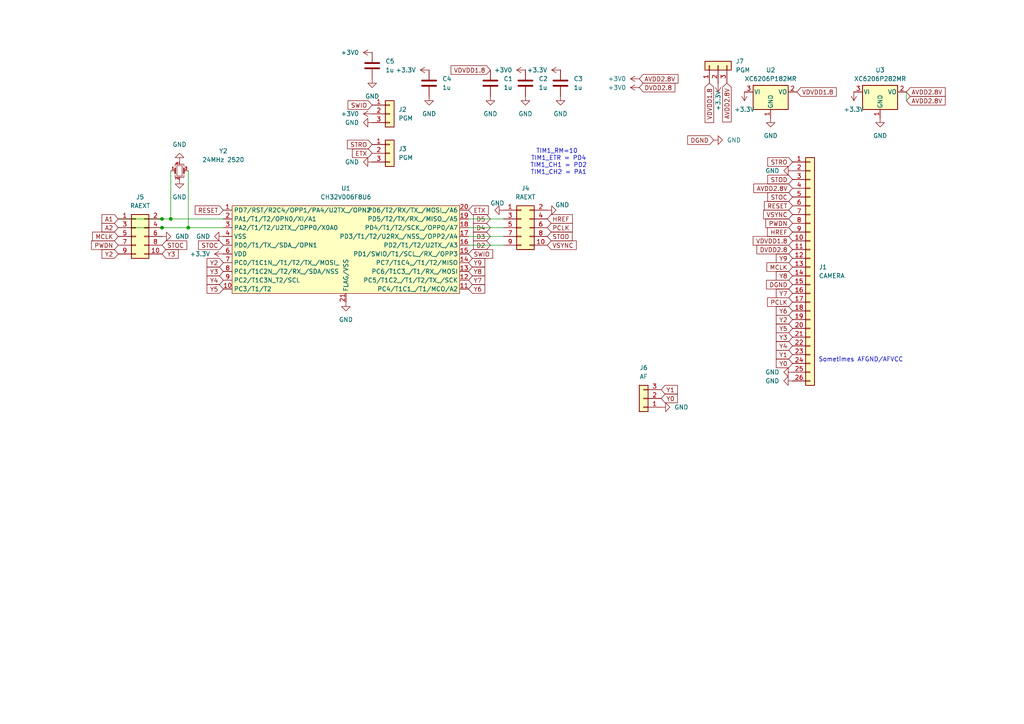
<source format=kicad_sch>
(kicad_sch (version 20250114) (generator "eeschema") (generator_version "9.0")
  (paper "A4")
  (lib_symbols
    (symbol "Connector_Generic:Conn_01x03" (pin_names (offset 1.016) (hide yes))
      (property "Reference" "J" (at 0 5.08 0))
      (property "Value" "Conn_01x03" (at 0 -5.08 0))
      (symbol "Conn_01x03_1_1"
        (rectangle (start -1.27 3.81) (end 1.27 -3.81) (stroke (width 0.254)) (fill (type background)))
        (rectangle (start -1.27 2.667) (end 0 2.413) (stroke (width 0.1524)))
        (rectangle (start -1.27 0.127) (end 0 -0.127) (stroke (width 0.1524)))
        (rectangle (start -1.27 -2.413) (end 0 -2.667) (stroke (width 0.1524)))
        (pin passive line (at -5.08 2.54 0) (length 3.81) (name "Pin_1") (number "1"))
        (pin passive line (at -5.08 0 0) (length 3.81) (name "Pin_2") (number "2"))
        (pin passive line (at -5.08 -2.54 0) (length 3.81) (name "Pin_3") (number "3"))
      )
    )
    (symbol "Connector_Generic:Conn_01x26" (pin_names (offset 1.016) (hide yes))
      (property "Reference" "J" (at 0 33.02 0))
      (property "Value" "Conn_01x26" (at 0 -35.56 0))
      (symbol "Conn_01x26_1_1"
        (rectangle (start -1.27 31.75) (end 1.27 -34.29) (stroke (width 0.254)) (fill (type background)))
        (rectangle (start -1.27 30.607) (end 0 30.353) (stroke (width 0.1524)))
        (rectangle (start -1.27 28.067) (end 0 27.813) (stroke (width 0.1524)))
        (rectangle (start -1.27 25.527) (end 0 25.273) (stroke (width 0.1524)))
        (rectangle (start -1.27 22.987) (end 0 22.733) (stroke (width 0.1524)))
        (rectangle (start -1.27 20.447) (end 0 20.193) (stroke (width 0.1524)))
        (rectangle (start -1.27 17.907) (end 0 17.653) (stroke (width 0.1524)))
        (rectangle (start -1.27 15.367) (end 0 15.113) (stroke (width 0.1524)))
        (rectangle (start -1.27 12.827) (end 0 12.573) (stroke (width 0.1524)))
        (rectangle (start -1.27 10.287) (end 0 10.033) (stroke (width 0.1524)))
        (rectangle (start -1.27 7.747) (end 0 7.493) (stroke (width 0.1524)))
        (rectangle (start -1.27 5.207) (end 0 4.953) (stroke (width 0.1524)))
        (rectangle (start -1.27 2.667) (end 0 2.413) (stroke (width 0.1524)))
        (rectangle (start -1.27 0.127) (end 0 -0.127) (stroke (width 0.1524)))
        (rectangle (start -1.27 -2.413) (end 0 -2.667) (stroke (width 0.1524)))
        (rectangle (start -1.27 -4.953) (end 0 -5.207) (stroke (width 0.1524)))
        (rectangle (start -1.27 -7.493) (end 0 -7.747) (stroke (width 0.1524)))
        (rectangle (start -1.27 -10.033) (end 0 -10.287) (stroke (width 0.1524)))
        (rectangle (start -1.27 -12.573) (end 0 -12.827) (stroke (width 0.1524)))
        (rectangle (start -1.27 -15.113) (end 0 -15.367) (stroke (width 0.1524)))
        (rectangle (start -1.27 -17.653) (end 0 -17.907) (stroke (width 0.1524)))
        (rectangle (start -1.27 -20.193) (end 0 -20.447) (stroke (width 0.1524)))
        (rectangle (start -1.27 -22.733) (end 0 -22.987) (stroke (width 0.1524)))
        (rectangle (start -1.27 -25.273) (end 0 -25.527) (stroke (width 0.1524)))
        (rectangle (start -1.27 -27.813) (end 0 -28.067) (stroke (width 0.1524)))
        (rectangle (start -1.27 -30.353) (end 0 -30.607) (stroke (width 0.1524)))
        (rectangle (start -1.27 -32.893) (end 0 -33.147) (stroke (width 0.1524)))
        (pin passive line (at -5.08 30.48 0) (length 3.81) (name "Pin_1") (number "1"))
        (pin passive line (at -5.08 27.94 0) (length 3.81) (name "Pin_2") (number "2"))
        (pin passive line (at -5.08 25.4 0) (length 3.81) (name "Pin_3") (number "3"))
        (pin passive line (at -5.08 22.86 0) (length 3.81) (name "Pin_4") (number "4"))
        (pin passive line (at -5.08 20.32 0) (length 3.81) (name "Pin_5") (number "5"))
        (pin passive line (at -5.08 17.78 0) (length 3.81) (name "Pin_6") (number "6"))
        (pin passive line (at -5.08 15.24 0) (length 3.81) (name "Pin_7") (number "7"))
        (pin passive line (at -5.08 12.7 0) (length 3.81) (name "Pin_8") (number "8"))
        (pin passive line (at -5.08 10.16 0) (length 3.81) (name "Pin_9") (number "9"))
        (pin passive line (at -5.08 7.62 0) (length 3.81) (name "Pin_10") (number "10"))
        (pin passive line (at -5.08 5.08 0) (length 3.81) (name "Pin_11") (number "11"))
        (pin passive line (at -5.08 2.54 0) (length 3.81) (name "Pin_12") (number "12"))
        (pin passive line (at -5.08 0 0) (length 3.81) (name "Pin_13") (number "13"))
        (pin passive line (at -5.08 -2.54 0) (length 3.81) (name "Pin_14") (number "14"))
        (pin passive line (at -5.08 -5.08 0) (length 3.81) (name "Pin_15") (number "15"))
        (pin passive line (at -5.08 -7.62 0) (length 3.81) (name "Pin_16") (number "16"))
        (pin passive line (at -5.08 -10.16 0) (length 3.81) (name "Pin_17") (number "17"))
        (pin passive line (at -5.08 -12.7 0) (length 3.81) (name "Pin_18") (number "18"))
        (pin passive line (at -5.08 -15.24 0) (length 3.81) (name "Pin_19") (number "19"))
        (pin passive line (at -5.08 -17.78 0) (length 3.81) (name "Pin_20") (number "20"))
        (pin passive line (at -5.08 -20.32 0) (length 3.81) (name "Pin_21") (number "21"))
        (pin passive line (at -5.08 -22.86 0) (length 3.81) (name "Pin_22") (number "22"))
        (pin passive line (at -5.08 -25.4 0) (length 3.81) (name "Pin_23") (number "23"))
        (pin passive line (at -5.08 -27.94 0) (length 3.81) (name "Pin_24") (number "24"))
        (pin passive line (at -5.08 -30.48 0) (length 3.81) (name "Pin_25") (number "25"))
        (pin passive line (at -5.08 -33.02 0) (length 3.81) (name "Pin_26") (number "26"))
      )
    )
    (symbol "Connector_Generic:Conn_02x05_Odd_Even" (pin_names (offset 1.016) (hide yes))
      (property "Reference" "J" (at 1.27 7.62 0))
      (property "Value" "Conn_02x05_Odd_Even" (at 1.27 -7.62 0))
      (symbol "Conn_02x05_Odd_Even_1_1"
        (rectangle (start -1.27 6.35) (end 3.81 -6.35) (stroke (width 0.254)) (fill (type background)))
        (rectangle (start -1.27 5.207) (end 0 4.953) (stroke (width 0.1524)))
        (rectangle (start -1.27 2.667) (end 0 2.413) (stroke (width 0.1524)))
        (rectangle (start -1.27 0.127) (end 0 -0.127) (stroke (width 0.1524)))
        (rectangle (start -1.27 -2.413) (end 0 -2.667) (stroke (width 0.1524)))
        (rectangle (start -1.27 -4.953) (end 0 -5.207) (stroke (width 0.1524)))
        (rectangle (start 3.81 5.207) (end 2.54 4.953) (stroke (width 0.1524)))
        (rectangle (start 3.81 2.667) (end 2.54 2.413) (stroke (width 0.1524)))
        (rectangle (start 3.81 0.127) (end 2.54 -0.127) (stroke (width 0.1524)))
        (rectangle (start 3.81 -2.413) (end 2.54 -2.667) (stroke (width 0.1524)))
        (rectangle (start 3.81 -4.953) (end 2.54 -5.207) (stroke (width 0.1524)))
        (pin passive line (at -5.08 5.08 0) (length 3.81) (name "Pin_1") (number "1"))
        (pin passive line (at -5.08 2.54 0) (length 3.81) (name "Pin_3") (number "3"))
        (pin passive line (at -5.08 0 0) (length 3.81) (name "Pin_5") (number "5"))
        (pin passive line (at -5.08 -2.54 0) (length 3.81) (name "Pin_7") (number "7"))
        (pin passive line (at -5.08 -5.08 0) (length 3.81) (name "Pin_9") (number "9"))
        (pin passive line (at 7.62 5.08 180) (length 3.81) (name "Pin_2") (number "2"))
        (pin passive line (at 7.62 2.54 180) (length 3.81) (name "Pin_4") (number "4"))
        (pin passive line (at 7.62 0 180) (length 3.81) (name "Pin_6") (number "6"))
        (pin passive line (at 7.62 -2.54 180) (length 3.81) (name "Pin_8") (number "8"))
        (pin passive line (at 7.62 -5.08 180) (length 3.81) (name "Pin_10") (number "10"))
      )
    )
    (symbol "Device:C" (pin_numbers (hide yes)) (pin_names (offset 0.254))
      (property "Reference" "C" (at 0.635 2.54 0))
      (property "Value" "C" (at 0.635 -2.54 0))
      (symbol "C_0_1"
        (polyline (pts (xy -2.032 0.762) (xy 2.032 0.762)) (stroke (width 0.508)))
        (polyline (pts (xy -2.032 -0.762) (xy 2.032 -0.762)) (stroke (width 0.508)))
      )
      (symbol "C_1_1"
        (pin passive line (at 0 3.81 270) (length 2.794) (name "~") (number "1"))
        (pin passive line (at 0 -3.81 90) (length 2.794) (name "~") (number "2"))
      )
    )
    (symbol "Device:Crystal_GND24_Small" (pin_names (offset 1.016) (hide yes))
      (property "Reference" "Y" (at 1.27 4.445 0))
      (property "Value" "Crystal_GND24_Small" (at 1.27 2.54 0))
      (symbol "Crystal_GND24_Small_0_1"
        (polyline (pts (xy -1.27 1.27) (xy -1.27 1.905) (xy 1.27 1.905) (xy 1.27 1.27)))
        (polyline (pts (xy -1.27 -0.762) (xy -1.27 0.762)) (stroke (width 0.381)))
        (polyline (pts (xy -1.27 -1.27) (xy -1.27 -1.905) (xy 1.27 -1.905) (xy 1.27 -1.27)))
        (rectangle (start -0.762 -1.524) (end 0.762 1.524))
        (polyline (pts (xy 1.27 -0.762) (xy 1.27 0.762)) (stroke (width 0.381)))
      )
      (symbol "Crystal_GND24_Small_1_1"
        (pin passive line (at -2.54 0 0) (length 1.27) (name "1") (number "1"))
        (pin passive line (at 0 2.54 270) (length 0.635) (name "4") (number "4"))
        (pin passive line (at 0 -2.54 90) (length 0.635) (name "2") (number "2"))
        (pin passive line (at 2.54 0 180) (length 1.27) (name "3") (number "3"))
      )
    )
    (symbol "Regulator_Linear:LT1085-3.6" (pin_names (offset 0.254))
      (property "Reference" "U" (at -3.81 3.175 0))
      (property "Value" "LT1085-3.6" (at 0 3.175 0))
      (symbol "LT1085-3.6_0_1"
        (rectangle (start -5.08 1.905) (end 5.08 -5.08) (stroke (width 0.254)) (fill (type background)))
      )
      (symbol "LT1085-3.6_1_1"
        (pin power_in line (at -7.62 0 0) (length 2.54) (name "VI") (number "3"))
        (pin power_in line (at 0 -7.62 90) (length 2.54) (name "GND") (number "1"))
        (pin power_out line (at 7.62 0 180) (length 2.54) (name "VO") (number "2"))
      )
    )
    (symbol "cnhardware:CH32V006F8U6"
      (property "Reference" "U" (at 0 -1.27 0))
      (property "Value" "CH32V006F8U6" (at 2.54 0 0))
      (symbol "CH32V006F8U6_1_1"
        (rectangle (start -33.02 12.7) (end 33.02 -12.7) (fill (type background)))
        (pin bidirectional line (at -35.56 11.43 0) (length 2.54) (name "PD7/RST/R2C4/OPP1/PA4/U2TX_/OPN2") (number "1"))
        (pin bidirectional line (at -35.56 8.89 0) (length 2.54) (name "PA1/T1/T2/OPN0/XI/A1") (number "2"))
        (pin bidirectional line (at -35.56 6.35 0) (length 2.54) (name "PA2/T1/T2/U2TX_/OPP0/X0A0") (number "3"))
        (pin bidirectional line (at -35.56 3.81 0) (length 2.54) (name "VSS") (number "4"))
        (pin bidirectional line (at -35.56 1.27 0) (length 2.54) (name "PD0/T1/TX_/SDA_/OPN1") (number "5"))
        (pin bidirectional line (at -35.56 -1.27 0) (length 2.54) (name "VDD") (number "6"))
        (pin bidirectional line (at -35.56 -3.81 0) (length 2.54) (name "PC0/T1C1N_/T1/T2/TX_/MOSI_") (number "7"))
        (pin bidirectional line (at -35.56 -6.35 0) (length 2.54) (name "PC1/T1C2N_/T2/RX_/SDA/NSS") (number "8"))
        (pin bidirectional line (at -35.56 -8.89 0) (length 2.54) (name "PC2/T1C3N_T2/SCL") (number "9"))
        (pin bidirectional line (at -35.56 -11.43 0) (length 2.54) (name "PC3/T1/T2") (number "10"))
        (pin bidirectional line (at 0 -15.24 90) (length 2.54) (name "FLAG/VSS") (number "21"))
        (pin bidirectional line (at 35.56 11.43 180) (length 2.54) (name "PD6/T2/RX/TX_/MOSI_/A6") (number "20"))
        (pin bidirectional line (at 35.56 8.89 180) (length 2.54) (name "PD5/T2/TX/RX_/MISO_/A5") (number "19"))
        (pin bidirectional line (at 35.56 6.35 180) (length 2.54) (name "PD4/T1/T2/SCK_/OPP0/A7") (number "18"))
        (pin bidirectional line (at 35.56 3.81 180) (length 2.54) (name "PD3/T1/T2/U2RX_/NSS_/OPP2/A4") (number "17"))
        (pin bidirectional line (at 35.56 1.27 180) (length 2.54) (name "PD2/T1/T2/U2TX_/A3") (number "16"))
        (pin bidirectional line (at 35.56 -1.27 180) (length 2.54) (name "PD1/SWIO/T1/SCL_/RX_/OPP3") (number "15"))
        (pin bidirectional line (at 35.56 -3.81 180) (length 2.54) (name "PC7/T1C4_/T1/T2/MISO") (number "14"))
        (pin bidirectional line (at 35.56 -6.35 180) (length 2.54) (name "PC6/T1C3_/T1/RX_/MOSI") (number "13"))
        (pin bidirectional line (at 35.56 -8.89 180) (length 2.54) (name "PC5/T1C2_/T1/T2/TX_/SCK") (number "12"))
        (pin bidirectional line (at 35.56 -11.43 180) (length 2.54) (name "PC4/T1C1_/T1/MCO/A2") (number "11"))
      )
    )
    (symbol "power:+3.3V" (power) (pin_numbers (hide yes)) (pin_names (offset 0) (hide yes))
      (property "Value" "+3.3V" (at 0 3.556 0))
      (symbol "+3.3V_0_1"
        (polyline (pts (xy -0.762 1.27) (xy 0 2.54)))
        (polyline (pts (xy 0 2.54) (xy 0.762 1.27)))
        (polyline (pts (xy 0 0) (xy 0 2.54)))
      )
      (symbol "+3.3V_1_1"
        (pin power_in line (at 0 0 90) (length 0) (name "~") (number "1"))
      )
    )
    (symbol "power:+3V0" (power) (pin_numbers (hide yes)) (pin_names (offset 0) (hide yes))
      (property "Value" "+3V0" (at 0 3.556 0))
      (symbol "+3V0_0_1"
        (polyline (pts (xy -0.762 1.27) (xy 0 2.54)))
        (polyline (pts (xy 0 2.54) (xy 0.762 1.27)))
        (polyline (pts (xy 0 0) (xy 0 2.54)))
      )
      (symbol "+3V0_1_1"
        (pin power_in line (at 0 0 90) (length 0) (name "~") (number "1"))
      )
    )
    (symbol "power:GND" (power) (pin_numbers (hide yes)) (pin_names (offset 0) (hide yes))
      (property "Value" "GND" (at 0 -3.81 0))
      (symbol "GND_0_1"
        (polyline (pts (xy 0 0) (xy 0 -1.27) (xy 1.27 -1.27) (xy 0 -2.54) (xy -1.27 -1.27) (xy 0 -1.27)))
      )
      (symbol "GND_1_1"
        (pin power_in line (at 0 0 270) (length 0) (name "~") (number "1"))
      )
    )
  )
  (text "Sometimes AFGND/AFVCC" (at 249.682 104.394 0) (effects (font (size 1.27 1.27))))
  (text "TIM1_RM=10\n TIM1_ETR = PD4\n TIM1_CH1 = PD2\n TIM1_CH2 = PA1" (at 161.544 46.99 0) (effects (font (size 1.27 1.27))))
  (junction (at 49.53 63.5))
  (junction (at 54.61 66.04))
  (junction (at 46.99 63.5))
  (junction (at 46.99 66.04))
  (wire (pts (xy 54.61 49.53) (xy 54.61 66.04)))
  (wire (pts (xy 135.89 68.58) (xy 146.05 68.58)))
  (wire (pts (xy 34.29 63.5) (xy 46.99 63.5)))
  (wire (pts (xy 135.89 63.5) (xy 146.05 63.5)))
  (wire (pts (xy 49.53 63.5) (xy 64.77 63.5)))
  (wire (pts (xy 135.89 66.04) (xy 146.05 66.04)))
  (wire (pts (xy 262.89 26.67) (xy 262.89 29.21)))
  (wire (pts (xy 49.53 49.53) (xy 49.53 63.5)))
  (wire (pts (xy 46.99 66.04) (xy 54.61 66.04)))
  (wire (pts (xy 135.89 71.12) (xy 146.05 71.12)))
  (wire (pts (xy 54.61 66.04) (xy 64.77 66.04)))
  (wire (pts (xy 34.29 66.04) (xy 46.99 66.04)))
  (wire (pts (xy 46.99 63.5) (xy 49.53 63.5)))
  (global_label "Y7" (shape input) (at 229.87 85.09 180) (property "Intersheetrefs" "${INTERSHEET_REFS}" (effects (hide yes))))
  (global_label "Y5" (shape input) (at 64.77 83.82 180) (property "Intersheetrefs" "${INTERSHEET_REFS}" (effects (hide yes))))
  (global_label "STRO" (shape input) (at 229.87 46.99 180) (property "Intersheetrefs" "${INTERSHEET_REFS}" (effects (hide yes))))
  (global_label "VSYNC" (shape input) (at 229.87 62.23 180) (property "Intersheetrefs" "${INTERSHEET_REFS}" (effects (hide yes))))
  (global_label "Y8" (shape input) (at 135.89 78.74 0) (property "Intersheetrefs" "${INTERSHEET_REFS}" (effects (hide yes))))
  (global_label "HREF" (shape input) (at 229.87 67.31 180) (property "Intersheetrefs" "${INTERSHEET_REFS}" (effects (hide yes))))
  (global_label "PWDN" (shape input) (at 229.87 64.77 180) (property "Intersheetrefs" "${INTERSHEET_REFS}" (effects (hide yes))))
  (global_label "STRO" (shape input) (at 107.95 41.91 180) (property "Intersheetrefs" "${INTERSHEET_REFS}" (effects (hide yes))))
  (global_label "Y3" (shape input) (at 64.77 78.74 180) (property "Intersheetrefs" "${INTERSHEET_REFS}" (effects (hide yes))))
  (global_label "HREF" (shape input) (at 158.75 63.5 0) (property "Intersheetrefs" "${INTERSHEET_REFS}" (effects (hide yes))))
  (global_label "Y2" (shape input) (at 229.87 92.71 180) (property "Intersheetrefs" "${INTERSHEET_REFS}" (effects (hide yes))))
  (global_label "VSYNC" (shape input) (at 158.75 71.12 0) (property "Intersheetrefs" "${INTERSHEET_REFS}" (effects (hide yes))))
  (global_label "AVDD2.8V" (shape input) (at 262.89 26.67 0) (property "Intersheetrefs" "${INTERSHEET_REFS}" (effects (hide yes))))
  (global_label "Y3" (shape input) (at 46.99 73.66 0) (property "Intersheetrefs" "${INTERSHEET_REFS}" (effects (hide yes))))
  (global_label "AVDD2.8V" (shape input) (at 185.42 22.86 0) (property "Intersheetrefs" "${INTERSHEET_REFS}" (effects (hide yes))))
  (global_label "AVDD2.8V" (shape input) (at 262.89 29.21 0) (property "Intersheetrefs" "${INTERSHEET_REFS}" (effects (hide yes))))
  (global_label "RESET" (shape input) (at 229.87 59.69 180) (property "Intersheetrefs" "${INTERSHEET_REFS}" (effects (hide yes))))
  (global_label "D5" (shape input) (at 142.24 63.5 180) (property "Intersheetrefs" "${INTERSHEET_REFS}" (effects (hide yes))))
  (global_label "Y2" (shape input) (at 34.29 73.66 180) (property "Intersheetrefs" "${INTERSHEET_REFS}" (effects (hide yes))))
  (global_label "PWDN" (shape input) (at 34.29 71.12 180) (property "Intersheetrefs" "${INTERSHEET_REFS}" (effects (hide yes))))
  (global_label "DVDD2.8" (shape input) (at 229.87 72.39 180) (property "Intersheetrefs" "${INTERSHEET_REFS}" (effects (hide yes))))
  (global_label "PCLK" (shape input) (at 229.87 87.63 180) (property "Intersheetrefs" "${INTERSHEET_REFS}" (effects (hide yes))))
  (global_label "Y2" (shape input) (at 64.77 76.2 180) (property "Intersheetrefs" "${INTERSHEET_REFS}" (effects (hide yes))))
  (global_label "D2" (shape input) (at 142.24 71.12 180) (property "Intersheetrefs" "${INTERSHEET_REFS}" (effects (hide yes))))
  (global_label "Y4" (shape input) (at 64.77 81.28 180) (property "Intersheetrefs" "${INTERSHEET_REFS}" (effects (hide yes))))
  (global_label "MCLK" (shape input) (at 229.87 77.47 180) (property "Intersheetrefs" "${INTERSHEET_REFS}" (effects (hide yes))))
  (global_label "DGND" (shape input) (at 207.01 40.64 180) (property "Intersheetrefs" "${INTERSHEET_REFS}" (effects (hide yes))))
  (global_label "ETX" (shape input) (at 107.95 44.45 180) (property "Intersheetrefs" "${INTERSHEET_REFS}" (effects (hide yes))))
  (global_label "Y5" (shape input) (at 229.87 95.25 180) (property "Intersheetrefs" "${INTERSHEET_REFS}" (effects (hide yes))))
  (global_label "D4" (shape input) (at 142.24 66.04 180) (property "Intersheetrefs" "${INTERSHEET_REFS}" (effects (hide yes))))
  (global_label "AVDD2.8V" (shape input) (at 210.82 24.13 270) (property "Intersheetrefs" "${INTERSHEET_REFS}" (effects (hide yes))))
  (global_label "AVDD2.8V" (shape input) (at 229.87 54.61 180) (property "Intersheetrefs" "${INTERSHEET_REFS}" (effects (hide yes))))
  (global_label "Y1" (shape input) (at 229.87 102.87 180) (property "Intersheetrefs" "${INTERSHEET_REFS}" (effects (hide yes))))
  (global_label "A1" (shape input) (at 34.29 63.5 180) (property "Intersheetrefs" "${INTERSHEET_REFS}" (effects (hide yes))))
  (global_label "D3" (shape input) (at 142.24 68.58 180) (property "Intersheetrefs" "${INTERSHEET_REFS}" (effects (hide yes))))
  (global_label "Y0" (shape input) (at 191.77 115.57 0) (property "Intersheetrefs" "${INTERSHEET_REFS}" (effects (hide yes))))
  (global_label "VDVDD1.8" (shape input) (at 229.87 69.85 180) (property "Intersheetrefs" "${INTERSHEET_REFS}" (effects (hide yes))))
  (global_label "STOD" (shape input) (at 229.87 52.07 180) (property "Intersheetrefs" "${INTERSHEET_REFS}" (effects (hide yes))))
  (global_label "Y9" (shape input) (at 135.89 76.2 0) (property "Intersheetrefs" "${INTERSHEET_REFS}" (effects (hide yes))))
  (global_label "DGND" (shape input) (at 229.87 82.55 180) (property "Intersheetrefs" "${INTERSHEET_REFS}" (effects (hide yes))))
  (global_label "Y8" (shape input) (at 229.87 80.01 180) (property "Intersheetrefs" "${INTERSHEET_REFS}" (effects (hide yes))))
  (global_label "Y6" (shape input) (at 135.89 83.82 0) (property "Intersheetrefs" "${INTERSHEET_REFS}" (effects (hide yes))))
  (global_label "Y7" (shape input) (at 135.89 81.28 0) (property "Intersheetrefs" "${INTERSHEET_REFS}" (effects (hide yes))))
  (global_label "MCLK" (shape input) (at 34.29 68.58 180) (property "Intersheetrefs" "${INTERSHEET_REFS}" (effects (hide yes))))
  (global_label "A2" (shape input) (at 34.29 66.04 180) (property "Intersheetrefs" "${INTERSHEET_REFS}" (effects (hide yes))))
  (global_label "Y6" (shape input) (at 229.87 90.17 180) (property "Intersheetrefs" "${INTERSHEET_REFS}" (effects (hide yes))))
  (global_label "Y9" (shape input) (at 229.87 74.93 180) (property "Intersheetrefs" "${INTERSHEET_REFS}" (effects (hide yes))))
  (global_label "DVDD2.8" (shape input) (at 185.42 25.4 0) (property "Intersheetrefs" "${INTERSHEET_REFS}" (effects (hide yes))))
  (global_label "VDVDD1.8" (shape input) (at 205.74 24.13 270) (property "Intersheetrefs" "${INTERSHEET_REFS}" (effects (hide yes))))
  (global_label "SWIO" (shape input) (at 107.95 30.48 180) (property "Intersheetrefs" "${INTERSHEET_REFS}" (effects (hide yes))))
  (global_label "STOC" (shape input) (at 46.99 71.12 0) (property "Intersheetrefs" "${INTERSHEET_REFS}" (effects (hide yes))))
  (global_label "SWIO" (shape input) (at 135.89 73.66 0) (property "Intersheetrefs" "${INTERSHEET_REFS}" (effects (hide yes))))
  (global_label "VDVDD1.8" (shape input) (at 231.14 26.67 0) (property "Intersheetrefs" "${INTERSHEET_REFS}" (effects (hide yes))))
  (global_label "STOD" (shape input) (at 158.75 68.58 0) (property "Intersheetrefs" "${INTERSHEET_REFS}" (effects (hide yes))))
  (global_label "Y0" (shape input) (at 229.87 105.41 180) (property "Intersheetrefs" "${INTERSHEET_REFS}" (effects (hide yes))))
  (global_label "Y4" (shape input) (at 229.87 100.33 180) (property "Intersheetrefs" "${INTERSHEET_REFS}" (effects (hide yes))))
  (global_label "STOC" (shape input) (at 64.77 71.12 180) (property "Intersheetrefs" "${INTERSHEET_REFS}" (effects (hide yes))))
  (global_label "PCLK" (shape input) (at 158.75 66.04 0) (property "Intersheetrefs" "${INTERSHEET_REFS}" (effects (hide yes))))
  (global_label "RESET" (shape input) (at 64.77 60.96 180) (property "Intersheetrefs" "${INTERSHEET_REFS}" (effects (hide yes))))
  (global_label "Y3" (shape input) (at 229.87 97.79 180) (property "Intersheetrefs" "${INTERSHEET_REFS}" (effects (hide yes))))
  (global_label "STOC" (shape input) (at 229.87 57.15 180) (property "Intersheetrefs" "${INTERSHEET_REFS}" (effects (hide yes))))
  (global_label "Y1" (shape input) (at 191.77 113.03 0) (property "Intersheetrefs" "${INTERSHEET_REFS}" (effects (hide yes))))
  (global_label "VDVDD1.8" (shape input) (at 142.24 20.32 180) (property "Intersheetrefs" "${INTERSHEET_REFS}" (effects (hide yes))))
  (global_label "ETX" (shape input) (at 135.89 60.96 0) (property "Intersheetrefs" "${INTERSHEET_REFS}" (effects (hide yes))))
  (symbol (lib_id "power:GND") (at 152.4 27.94 0) (unit 1)
    (property "Reference" "#PWR012" (effects (hide yes)))
    (property "Value" "GND" (at 152.4 33.02 0))
    (property "Description" "Power symbol creates a global label with name \"GND\" , ground" (effects (hide yes)))
  )
  (symbol (lib_id "power:+3.3V") (at 215.9 26.67 180) (unit 1)
    (property "Reference" "#PWR025" (effects (hide yes)))
    (property "Value" "+3.3V" (at 215.9 31.75 0))
    (property "Description" "Power symbol creates a global label with name \"+3.3V\"" (effects (hide yes)))
  )
  (symbol (lib_id "power:GND") (at 158.75 60.96 90) (unit 1)
    (property "Reference" "#PWR018" (effects (hide yes)))
    (property "Value" "GND" (at 161.036 59.436 90) (effects (justify right)))
    (property "Description" "Power symbol creates a global label with name \"GND\" , ground" (effects (hide yes)))
  )
  (symbol (lib_id "power:GND") (at 107.95 22.86 0) (unit 1)
    (property "Reference" "#PWR032" (effects (hide yes)))
    (property "Value" "GND" (at 107.95 27.94 0))
    (property "Description" "Power symbol creates a global label with name \"GND\" , ground" (effects (hide yes)))
  )
  (symbol (lib_id "Connector_Generic:Conn_01x03") (at 113.03 44.45 0) (unit 1)
    (property "Reference" "J3" (at 115.57 43.1799 0) (effects (justify left)))
    (property "Value" "PGM" (at 115.57 45.7199 0) (effects (justify left)))
    (property "Footprint" "Connector_PinHeader_2.54mm:PinHeader_1x03_P2.54mm_Vertical" (effects (hide yes)))
    (property "Description" "Generic connector, single row, 01x03, script generated (kicad-library-utils/schlib/autogen/connector/)" (effects (hide yes)))
    (property "LCSC" "C2937625" (effects (hide yes)))
  )
  (symbol (lib_id "Connector_Generic:Conn_02x05_Odd_Even") (at 39.37 68.58 0) (unit 1)
    (property "Reference" "J5" (at 40.64 57.15 0))
    (property "Value" "RAEXT" (at 40.64 59.69 0))
    (property "Footprint" "Connector_PinHeader_2.54mm:PinHeader_2x05_P2.54mm_Vertical" (effects (hide yes)))
    (property "Description" "Generic connector, double row, 02x05, odd/even pin numbering scheme (row 1 odd numbers, row 2 even numbers), script generated (kicad-library-utils/schlib/autogen/connector/)" (effects (hide yes)))
    (property "LCSC" "C492422" (effects (hide yes)))
  )
  (symbol (lib_id "power:+3.3V") (at 247.65 26.67 180) (unit 1)
    (property "Reference" "#PWR026" (effects (hide yes)))
    (property "Value" "+3.3V" (at 247.65 31.75 0))
    (property "Description" "Power symbol creates a global label with name \"+3.3V\"" (effects (hide yes)))
  )
  (symbol (lib_id "Device:C") (at 124.46 24.13 0) (unit 1)
    (property "Reference" "C4" (at 128.27 22.8599 0) (effects (justify left)))
    (property "Value" "1u" (at 128.27 25.3999 0) (effects (justify left)))
    (property "Footprint" "Capacitor_SMD:C_0402_1005Metric" (effects (hide yes)))
    (property "Description" "Unpolarized capacitor" (effects (hide yes)))
    (property "LCSC" "C52923" (effects (hide yes)))
  )
  (symbol (lib_id "power:+3.3V") (at 124.46 20.32 90) (unit 1)
    (property "Reference" "#PWR030" (effects (hide yes)))
    (property "Value" "+3.3V" (at 120.65 20.3199 90) (effects (justify left)))
    (property "Description" "Power symbol creates a global label with name \"+3.3V\"" (effects (hide yes)))
  )
  (symbol (lib_id "power:GND") (at 223.52 34.29 0) (unit 1)
    (property "Reference" "#PWR024" (effects (hide yes)))
    (property "Value" "GND" (at 223.52 39.37 0))
    (property "Description" "Power symbol creates a global label with name \"GND\" , ground" (effects (hide yes)))
  )
  (symbol (lib_id "power:GND") (at 191.77 118.11 90) (unit 1)
    (property "Reference" "#PWR019" (effects (hide yes)))
    (property "Value" "GND" (at 195.58 118.1099 90) (effects (justify right)))
    (property "Description" "Power symbol creates a global label with name \"GND\" , ground" (effects (hide yes)))
  )
  (symbol (lib_id "Device:C") (at 107.95 19.05 0) (unit 1)
    (property "Reference" "C5" (at 111.76 17.7799 0) (effects (justify left)))
    (property "Value" "1u" (at 111.76 20.3199 0) (effects (justify left)))
    (property "Footprint" "Capacitor_SMD:C_0402_1005Metric" (effects (hide yes)))
    (property "Description" "Unpolarized capacitor" (effects (hide yes)))
    (property "LCSC" "C52923" (effects (hide yes)))
  )
  (symbol (lib_id "power:GND") (at 107.95 35.56 270) (unit 1)
    (property "Reference" "#PWR014" (effects (hide yes)))
    (property "Value" "GND" (at 104.14 35.5599 90) (effects (justify right)))
    (property "Description" "Power symbol creates a global label with name \"GND\" , ground" (effects (hide yes)))
  )
  (symbol (lib_id "power:+3.3V") (at 162.56 20.32 90) (unit 1)
    (property "Reference" "#PWR06" (effects (hide yes)))
    (property "Value" "+3.3V" (at 158.75 20.3199 90) (effects (justify left)))
    (property "Description" "Power symbol creates a global label with name \"+3.3V\"" (effects (hide yes)))
  )
  (symbol (lib_id "power:+3V0") (at 185.42 22.86 90) (unit 1)
    (property "Reference" "#PWR07" (effects (hide yes)))
    (property "Value" "+3V0" (at 181.61 22.8599 90) (effects (justify left)))
    (property "Description" "Power symbol creates a global label with name \"+3V0\"" (effects (hide yes)))
  )
  (symbol (lib_id "Regulator_Linear:LT1085-3.6") (at 223.52 26.67 0) (unit 1)
    (property "Reference" "U2" (at 223.52 20.32 0))
    (property "Value" "XC6206P182MR" (at 223.52 22.86 0))
    (property "Footprint" "Package_TO_SOT_SMD:SOT-23" (effects (hide yes)))
    (property "Datasheet" "https://www.analog.com/media/en/technical-documentation/data-sheets/1083ffe.pdf" (effects (hide yes)))
    (property "Description" "3.0A 20V LDO Linear Regulator, Fixed Output 3.6V, TO-220/TO-263" (effects (hide yes)))
    (property "LCSC" "C347373" (effects (hide yes)))
  )
  (symbol (lib_id "power:+3V0") (at 107.95 15.24 90) (unit 1)
    (property "Reference" "#PWR031" (effects (hide yes)))
    (property "Value" "+3V0" (at 104.14 15.2399 90) (effects (justify left)))
    (property "Description" "Power symbol creates a global label with name \"+3V0\"" (effects (hide yes)))
  )
  (symbol (lib_id "power:GND") (at 229.87 107.95 270) (unit 1)
    (property "Reference" "#PWR02" (effects (hide yes)))
    (property "Value" "GND" (at 226.06 107.9499 90) (effects (justify right)))
    (property "Description" "Power symbol creates a global label with name \"GND\" , ground" (effects (hide yes)))
  )
  (symbol (lib_id "Regulator_Linear:LT1085-3.6") (at 255.27 26.67 0) (unit 1)
    (property "Reference" "U3" (at 255.27 20.32 0))
    (property "Value" "XC6206P282MR" (at 255.27 22.86 0))
    (property "Footprint" "Package_TO_SOT_SMD:SOT-23" (effects (hide yes)))
    (property "Datasheet" "https://www.analog.com/media/en/technical-documentation/data-sheets/1083ffe.pdf" (effects (hide yes)))
    (property "Description" "3.0A 20V LDO Linear Regulator, Fixed Output 3.6V, TO-220/TO-263" (effects (hide yes)))
    (property "LCSC" "C347374" (effects (hide yes)))
  )
  (symbol (lib_id "power:GND") (at 107.95 46.99 270) (unit 1)
    (property "Reference" "#PWR016" (effects (hide yes)))
    (property "Value" "GND" (at 104.14 46.9899 90) (effects (justify right)))
    (property "Description" "Power symbol creates a global label with name \"GND\" , ground" (effects (hide yes)))
  )
  (symbol (lib_id "power:+3.3V") (at 208.28 24.13 180) (unit 1)
    (property "Reference" "#PWR011" (effects (hide yes)))
    (property "Value" "+3.3V" (at 208.28 29.21 90))
    (property "Description" "Power symbol creates a global label with name \"+3.3V\"" (effects (hide yes)))
  )
  (symbol (lib_id "power:GND") (at 162.56 27.94 0) (unit 1)
    (property "Reference" "#PWR013" (effects (hide yes)))
    (property "Value" "GND" (at 162.56 33.02 0))
    (property "Description" "Power symbol creates a global label with name \"GND\" , ground" (effects (hide yes)))
  )
  (symbol (lib_id "power:GND") (at 255.27 34.29 0) (unit 1)
    (property "Reference" "#PWR027" (effects (hide yes)))
    (property "Value" "GND" (at 255.27 39.37 0))
    (property "Description" "Power symbol creates a global label with name \"GND\" , ground" (effects (hide yes)))
  )
  (symbol (lib_id "power:GND") (at 229.87 49.53 270) (unit 1)
    (property "Reference" "#PWR03" (effects (hide yes)))
    (property "Value" "GND" (at 226.06 49.5299 90) (effects (justify right)))
    (property "Description" "Power symbol creates a global label with name \"GND\" , ground" (effects (hide yes)))
  )
  (symbol (lib_id "cnhardware:CH32V006F8U6") (at 100.33 72.39 0) (unit 1)
    (property "Reference" "U1" (at 100.33 54.61 0))
    (property "Value" "CH32V006F8U6" (at 100.33 57.15 0))
    (property "Footprint" "Package_DFN_QFN:QFN-20-1EP_3x3mm_P0.4mm_EP1.65x1.65mm" (effects (hide yes)))
    (property "LCSC" "C42431288" (effects (hide yes)))
  )
  (symbol (lib_id "power:GND") (at 142.24 27.94 0) (unit 1)
    (property "Reference" "#PWR09" (effects (hide yes)))
    (property "Value" "GND" (at 142.24 33.02 0))
    (property "Description" "Power symbol creates a global label with name \"GND\" , ground" (effects (hide yes)))
  )
  (symbol (lib_id "power:+3.3V") (at 64.77 73.66 90) (unit 1)
    (property "Reference" "#PWR028" (effects (hide yes)))
    (property "Value" "+3.3V" (at 60.96 73.6599 90) (effects (justify left)))
    (property "Description" "Power symbol creates a global label with name \"+3.3V\"" (effects (hide yes)))
  )
  (symbol (lib_id "power:GND") (at 52.07 52.07 0) (unit 1)
    (property "Reference" "#PWR021" (effects (hide yes)))
    (property "Value" "GND" (at 52.07 57.15 0))
    (property "Description" "Power symbol creates a global label with name \"GND\" , ground" (effects (hide yes)))
  )
  (symbol (lib_id "power:GND") (at 46.99 68.58 90) (unit 1)
    (property "Reference" "#PWR020" (effects (hide yes)))
    (property "Value" "GND" (at 50.8 68.5799 90) (effects (justify right)))
    (property "Description" "Power symbol creates a global label with name \"GND\" , ground" (effects (hide yes)))
  )
  (symbol (lib_id "power:+3V0") (at 107.95 33.02 90) (unit 1)
    (property "Reference" "#PWR015" (effects (hide yes)))
    (property "Value" "+3V0" (at 104.14 33.0199 90) (effects (justify left)))
    (property "Description" "Power symbol creates a global label with name \"+3V0\"" (effects (hide yes)))
  )
  (symbol (lib_id "Connector_Generic:Conn_01x03") (at 208.28 19.05 90) (unit 1)
    (property "Reference" "J7" (at 213.36 17.7799 90) (effects (justify right)))
    (property "Value" "PGM" (at 213.36 20.3199 90) (effects (justify right)))
    (property "Footprint" "Connector_PinHeader_2.54mm:PinHeader_1x03_P2.54mm_Vertical" (effects (hide yes)))
    (property "Description" "Generic connector, single row, 01x03, script generated (kicad-library-utils/schlib/autogen/connector/)" (effects (hide yes)))
    (property "LCSC" "C2937625" (effects (hide yes)))
  )
  (symbol (lib_id "Device:C") (at 162.56 24.13 0) (unit 1)
    (property "Reference" "C3" (at 166.37 22.8599 0) (effects (justify left)))
    (property "Value" "1u" (at 166.37 25.3999 0) (effects (justify left)))
    (property "Footprint" "Capacitor_SMD:C_0402_1005Metric" (effects (hide yes)))
    (property "Description" "Unpolarized capacitor" (effects (hide yes)))
    (property "LCSC" "C52923" (effects (hide yes)))
  )
  (symbol (lib_id "power:GND") (at 64.77 68.58 270) (unit 1)
    (property "Reference" "#PWR05" (effects (hide yes)))
    (property "Value" "GND" (at 60.96 68.5799 90) (effects (justify right)))
    (property "Description" "Power symbol creates a global label with name \"GND\" , ground" (effects (hide yes)))
  )
  (symbol (lib_id "power:GND") (at 146.05 60.96 270) (unit 1)
    (property "Reference" "#PWR017" (effects (hide yes)))
    (property "Value" "GND" (at 146.304 58.928 90) (effects (justify right)))
    (property "Description" "Power symbol creates a global label with name \"GND\" , ground" (effects (hide yes)))
  )
  (symbol (lib_id "Connector_Generic:Conn_02x05_Odd_Even") (at 151.13 66.04 0) (unit 1)
    (property "Reference" "J4" (at 152.4 54.61 0))
    (property "Value" "RAEXT" (at 152.4 57.15 0))
    (property "Footprint" "Connector_PinHeader_2.54mm:PinHeader_2x05_P2.54mm_Vertical" (effects (hide yes)))
    (property "Description" "Generic connector, double row, 02x05, odd/even pin numbering scheme (row 1 odd numbers, row 2 even numbers), script generated (kicad-library-utils/schlib/autogen/connector/)" (effects (hide yes)))
    (property "LCSC" "C492422" (effects (hide yes)))
  )
  (symbol (lib_id "Device:C") (at 152.4 24.13 0) (unit 1)
    (property "Reference" "C2" (at 156.21 22.8599 0) (effects (justify left)))
    (property "Value" "1u" (at 156.21 25.3999 0) (effects (justify left)))
    (property "Footprint" "Capacitor_SMD:C_0402_1005Metric" (effects (hide yes)))
    (property "Description" "Unpolarized capacitor" (effects (hide yes)))
    (property "LCSC" "C52923" (effects (hide yes)))
  )
  (symbol (lib_id "Connector_Generic:Conn_01x03") (at 186.69 115.57 180) (unit 1)
    (property "Reference" "J6" (at 186.69 106.68 0))
    (property "Value" "AF" (at 186.69 109.22 0))
    (property "Footprint" "Connector_PinHeader_2.54mm:PinHeader_1x03_P2.54mm_Vertical" (effects (hide yes)))
    (property "Description" "Generic connector, single row, 01x03, script generated (kicad-library-utils/schlib/autogen/connector/)" (effects (hide yes)))
    (property "LCSC" "C2937625" (effects (hide yes)))
  )
  (symbol (lib_id "power:GND") (at 124.46 27.94 0) (unit 1)
    (property "Reference" "#PWR029" (effects (hide yes)))
    (property "Value" "GND" (at 124.46 33.02 0))
    (property "Description" "Power symbol creates a global label with name \"GND\" , ground" (effects (hide yes)))
  )
  (symbol (lib_id "power:GND") (at 52.07 46.99 180) (unit 1)
    (property "Reference" "#PWR022" (effects (hide yes)))
    (property "Value" "GND" (at 52.07 41.91 0))
    (property "Description" "Power symbol creates a global label with name \"GND\" , ground" (effects (hide yes)))
  )
  (symbol (lib_id "power:+3V0") (at 185.42 25.4 90) (unit 1)
    (property "Reference" "#PWR08" (effects (hide yes)))
    (property "Value" "+3V0" (at 181.61 25.3999 90) (effects (justify left)))
    (property "Description" "Power symbol creates a global label with name \"+3V0\"" (effects (hide yes)))
  )
  (symbol (lib_id "Connector_Generic:Conn_01x26") (at 234.95 77.47 0) (unit 1)
    (property "Reference" "J1" (at 237.49 77.4699 0) (effects (justify left)))
    (property "Value" "CAMERA" (at 237.49 80.0099 0) (effects (justify left)))
    (property "Footprint" "cnhardware:XUNPU_FPC-05F-24PH15" (effects (hide yes)))
    (property "Description" "Generic connector, single row, 01x26, script generated (kicad-library-utils/schlib/autogen/connector/)" (effects (hide yes)))
    (property "LCSC" "C2856831" (effects (hide yes)))
  )
  (symbol (lib_id "Device:C") (at 142.24 24.13 0) (unit 1)
    (property "Reference" "C1" (at 146.05 22.8599 0) (effects (justify left)))
    (property "Value" "1u" (at 146.05 25.3999 0) (effects (justify left)))
    (property "Footprint" "Capacitor_SMD:C_0402_1005Metric" (effects (hide yes)))
    (property "Description" "Unpolarized capacitor" (effects (hide yes)))
    (property "LCSC" "C52923" (effects (hide yes)))
  )
  (symbol (lib_id "power:GND") (at 207.01 40.64 90) (unit 1)
    (property "Reference" "#PWR023" (effects (hide yes)))
    (property "Value" "GND" (at 210.82 40.6399 90) (effects (justify right)))
    (property "Description" "Power symbol creates a global label with name \"GND\" , ground" (effects (hide yes)))
  )
  (symbol (lib_id "power:GND") (at 100.33 87.63 0) (unit 1)
    (property "Reference" "#PWR04" (effects (hide yes)))
    (property "Value" "GND" (at 100.33 92.71 0))
    (property "Description" "Power symbol creates a global label with name \"GND\" , ground" (effects (hide yes)))
  )
  (symbol (lib_id "power:GND") (at 229.87 110.49 270) (unit 1)
    (property "Reference" "#PWR01" (effects (hide yes)))
    (property "Value" "GND" (at 226.06 110.4899 90) (effects (justify right)))
    (property "Description" "Power symbol creates a global label with name \"GND\" , ground" (effects (hide yes)))
  )
  (symbol (lib_id "Device:Crystal_GND24_Small") (at 52.07 49.53 0) (unit 1)
    (property "Reference" "Y2" (at 64.77 43.8082 0))
    (property "Value" "24MHz 2520" (at 64.77 46.3482 0))
    (property "Footprint" "Crystal:Crystal_SMD_2520-4Pin_2.5x2.0mm" (effects (hide yes)))
    (property "Description" "Four pin crystal, GND on pins 2 and 4, small symbol" (effects (hide yes)))
    (property "LCSC" "C2965580" (effects (hide yes)))
  )
  (symbol (lib_id "power:+3V0") (at 152.4 20.32 90) (unit 1)
    (property "Reference" "#PWR010" (effects (hide yes)))
    (property "Value" "+3V0" (at 148.59 20.3199 90) (effects (justify left)))
    (property "Description" "Power symbol creates a global label with name \"+3V0\"" (effects (hide yes)))
  )
  (symbol (lib_id "Connector_Generic:Conn_01x03") (at 113.03 33.02 0) (unit 1)
    (property "Reference" "J2" (at 115.57 31.7499 0) (effects (justify left)))
    (property "Value" "PGM" (at 115.57 34.2899 0) (effects (justify left)))
    (property "Footprint" "Connector_PinHeader_2.54mm:PinHeader_1x03_P2.54mm_Vertical" (effects (hide yes)))
    (property "Description" "Generic connector, single row, 01x03, script generated (kicad-library-utils/schlib/autogen/connector/)" (effects (hide yes)))
    (property "LCSC" "C2937625" (effects (hide yes)))
  )
)
</source>
